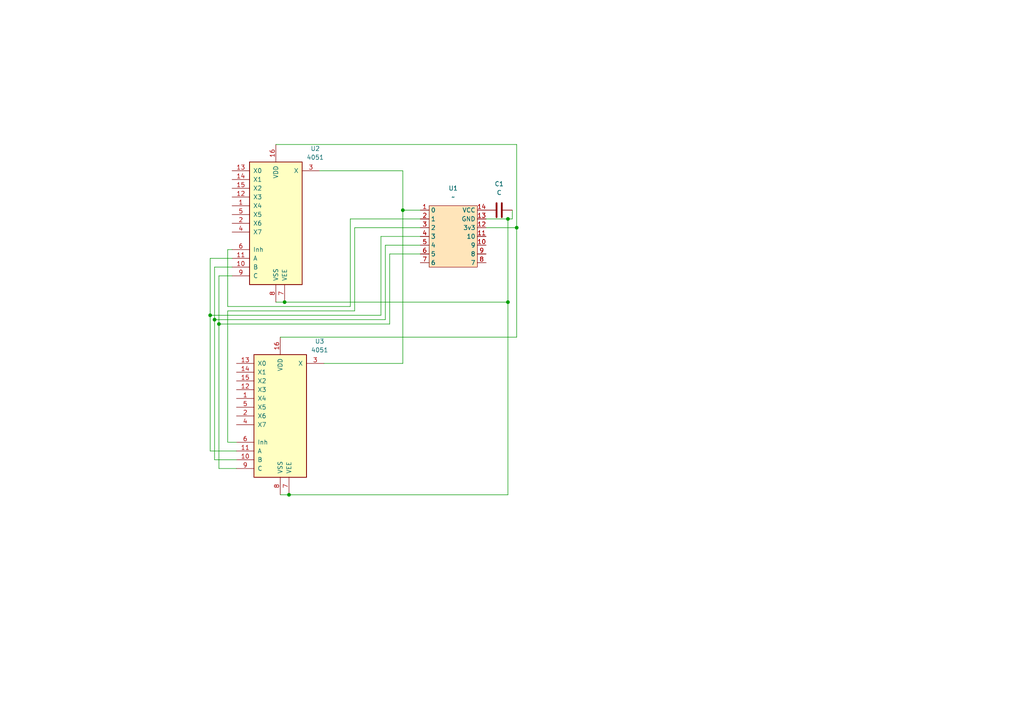
<source format=kicad_sch>
(kicad_sch (version 20250114) (generator "eeschema") (generator_version "9.0")
  (paper "A4")
  (lib_symbols
    (symbol "4xxx:4051" (pin_names (offset 1.016))
      (property "Reference" "U" (at -7.62 19.05 0))
      (property "Value" "4051" (at -7.62 -19.05 0))
      (symbol "4051_1_0"
        (pin passive line (at -12.7 15.24 0) (length 5.08) (name "X0") (number "13"))
        (pin passive line (at -12.7 12.7 0) (length 5.08) (name "X1") (number "14"))
        (pin passive line (at -12.7 10.16 0) (length 5.08) (name "X2") (number "15"))
        (pin passive line (at -12.7 7.62 0) (length 5.08) (name "X3") (number "12"))
        (pin passive line (at -12.7 5.08 0) (length 5.08) (name "X4") (number "1"))
        (pin passive line (at -12.7 2.54 0) (length 5.08) (name "X5") (number "5"))
        (pin passive line (at -12.7 0 0) (length 5.08) (name "X6") (number "2"))
        (pin passive line (at -12.7 -2.54 0) (length 5.08) (name "X7") (number "4"))
        (pin input line (at -12.7 -7.62 0) (length 5.08) (name "Inh") (number "6"))
        (pin input line (at -12.7 -10.16 0) (length 5.08) (name "A") (number "11"))
        (pin input line (at -12.7 -12.7 0) (length 5.08) (name "B") (number "10"))
        (pin input line (at -12.7 -15.24 0) (length 5.08) (name "C") (number "9"))
        (pin power_in line (at 0 22.86 270) (length 5.08) (name "VDD") (number "16"))
        (pin power_in line (at 0 -22.86 90) (length 5.08) (name "VSS") (number "8"))
        (pin power_in line (at 2.54 -22.86 90) (length 5.08) (name "VEE") (number "7"))
        (pin passive line (at 12.7 15.24 180) (length 5.08) (name "X") (number "3"))
      )
      (symbol "4051_1_1"
        (rectangle (start -7.62 17.78) (end 7.62 -17.78) (stroke (width 0.254)) (fill (type background)))
      )
    )
    (symbol "Device:C" (pin_numbers (hide yes)) (pin_names (offset 0.254))
      (property "Reference" "C" (at 0.635 2.54 0))
      (property "Value" "C" (at 0.635 -2.54 0))
      (symbol "C_0_1"
        (polyline (pts (xy -2.032 0.762) (xy 2.032 0.762)) (stroke (width 0.508)))
        (polyline (pts (xy -2.032 -0.762) (xy 2.032 -0.762)) (stroke (width 0.508)))
      )
      (symbol "C_1_1"
        (pin passive line (at 0 3.81 270) (length 2.794) (name "~") (number "1"))
        (pin passive line (at 0 -3.81 90) (length 2.794) (name "~") (number "2"))
      )
    )
    (symbol "seeduino:seeduino_xiao"
      (property "Reference" "U" (at 0 8.382 0))
      (symbol "seeduino_xiao_1_1"
        (polyline (pts (xy -6.35 6.35) (xy -6.35 -11.43) (xy 7.62 -11.43) (xy 7.62 6.35) (xy -6.35 6.35)) (fill (type color) (color 255 229 186 1)))
        (pin bidirectional line (at -8.89 5.08 0) (length 2.54) (name "0") (number "1"))
        (pin bidirectional line (at -8.89 2.54 0) (length 2.54) (name "1") (number "2"))
        (pin bidirectional line (at -8.89 0 0) (length 2.54) (name "2") (number "3"))
        (pin bidirectional line (at -8.89 -2.54 0) (length 2.54) (name "3") (number "4"))
        (pin bidirectional line (at -8.89 -5.08 0) (length 2.54) (name "4") (number "5"))
        (pin bidirectional line (at -8.89 -7.62 0) (length 2.54) (name "5") (number "6"))
        (pin bidirectional line (at -8.89 -10.16 0) (length 2.54) (name "6") (number "7"))
        (pin input line (at 10.16 5.08 180) (length 2.54) (name "VCC") (number "14"))
        (pin input line (at 10.16 2.54 180) (length 2.54) (name "GND") (number "13"))
        (pin input line (at 10.16 0 180) (length 2.54) (name "3v3") (number "12"))
        (pin bidirectional line (at 10.16 -2.54 180) (length 2.54) (name "10") (number "11"))
        (pin bidirectional line (at 10.16 -5.08 180) (length 2.54) (name "9") (number "10"))
        (pin bidirectional line (at 10.16 -7.62 180) (length 2.54) (name "8") (number "9"))
        (pin bidirectional line (at 10.16 -10.16 180) (length 2.54) (name "7") (number "8"))
      )
    )
  )
  (junction (at 147.32 87.63))
  (junction (at 147.32 63.5))
  (junction (at 60.96 91.44))
  (junction (at 83.82 143.51))
  (junction (at 116.84 60.96))
  (junction (at 82.55 87.63))
  (junction (at 63.5 93.98))
  (junction (at 149.86 66.04))
  (junction (at 62.23 92.71))
  (wire (pts (xy 62.23 133.35) (xy 68.58 133.35)))
  (wire (pts (xy 80.01 87.63) (xy 82.55 87.63)))
  (wire (pts (xy 140.97 66.04) (xy 149.86 66.04)))
  (wire (pts (xy 110.49 91.44) (xy 110.49 68.58)))
  (wire (pts (xy 121.92 73.66) (xy 113.03 73.66)))
  (wire (pts (xy 147.32 143.51) (xy 147.32 87.63)))
  (wire (pts (xy 60.96 91.44) (xy 60.96 74.93)))
  (wire (pts (xy 60.96 74.93) (xy 67.31 74.93)))
  (wire (pts (xy 101.6 63.5) (xy 121.92 63.5)))
  (wire (pts (xy 147.32 63.5) (xy 147.32 87.63)))
  (wire (pts (xy 149.86 41.91) (xy 149.86 66.04)))
  (wire (pts (xy 93.98 105.41) (xy 116.84 105.41)))
  (wire (pts (xy 63.5 80.01) (xy 67.31 80.01)))
  (wire (pts (xy 102.87 66.04) (xy 102.87 90.17)))
  (wire (pts (xy 92.71 49.53) (xy 116.84 49.53)))
  (wire (pts (xy 148.59 60.96) (xy 148.59 63.5)))
  (wire (pts (xy 101.6 88.9) (xy 101.6 63.5)))
  (wire (pts (xy 63.5 135.89) (xy 63.5 93.98)))
  (wire (pts (xy 62.23 92.71) (xy 62.23 133.35)))
  (wire (pts (xy 148.59 63.5) (xy 147.32 63.5)))
  (wire (pts (xy 113.03 73.66) (xy 113.03 93.98)))
  (wire (pts (xy 149.86 66.04) (xy 149.86 97.79)))
  (wire (pts (xy 113.03 93.98) (xy 63.5 93.98)))
  (wire (pts (xy 66.04 88.9) (xy 101.6 88.9)))
  (wire (pts (xy 102.87 90.17) (xy 66.04 90.17)))
  (wire (pts (xy 80.01 41.91) (xy 149.86 41.91)))
  (wire (pts (xy 110.49 68.58) (xy 121.92 68.58)))
  (wire (pts (xy 60.96 130.81) (xy 60.96 91.44)))
  (wire (pts (xy 66.04 90.17) (xy 66.04 128.27)))
  (wire (pts (xy 81.28 143.51) (xy 83.82 143.51)))
  (wire (pts (xy 62.23 77.47) (xy 62.23 92.71)))
  (wire (pts (xy 111.76 92.71) (xy 111.76 71.12)))
  (wire (pts (xy 63.5 93.98) (xy 63.5 80.01)))
  (wire (pts (xy 66.04 128.27) (xy 68.58 128.27)))
  (wire (pts (xy 66.04 72.39) (xy 66.04 88.9)))
  (wire (pts (xy 147.32 87.63) (xy 82.55 87.63)))
  (wire (pts (xy 116.84 60.96) (xy 121.92 60.96)))
  (wire (pts (xy 60.96 91.44) (xy 110.49 91.44)))
  (wire (pts (xy 116.84 105.41) (xy 116.84 60.96)))
  (wire (pts (xy 62.23 92.71) (xy 111.76 92.71)))
  (wire (pts (xy 83.82 143.51) (xy 147.32 143.51)))
  (wire (pts (xy 81.28 97.79) (xy 149.86 97.79)))
  (wire (pts (xy 140.97 63.5) (xy 147.32 63.5)))
  (wire (pts (xy 68.58 135.89) (xy 63.5 135.89)))
  (wire (pts (xy 67.31 72.39) (xy 66.04 72.39)))
  (wire (pts (xy 121.92 66.04) (xy 102.87 66.04)))
  (wire (pts (xy 68.58 130.81) (xy 60.96 130.81)))
  (wire (pts (xy 67.31 77.47) (xy 62.23 77.47)))
  (wire (pts (xy 116.84 49.53) (xy 116.84 60.96)))
  (wire (pts (xy 111.76 71.12) (xy 121.92 71.12)))
  (symbol (lib_id "seeduino:seeduino_xiao") (at 130.81 66.04 0) (unit 1)
    (property "Reference" "U1" (at 131.445 54.61 0))
    (property "Value" "~" (at 131.445 57.15 0))
  )
  (symbol (lib_id "Device:C") (at 144.78 60.96 270) (unit 1)
    (property "Reference" "C1" (at 144.78 53.34 90))
    (property "Value" "C" (at 144.78 55.88 90))
    (property "Description" "Unpolarized capacitor" (effects (hide yes)))
  )
  (symbol (lib_id "4xxx:4051") (at 80.01 64.77 0) (unit 1)
    (property "Reference" "U2" (at 91.44 43.1098 0))
    (property "Value" "4051" (at 91.44 45.6498 0))
    (property "Datasheet" "http://www.intersil.com/content/dam/Intersil/documents/cd40/cd4051bms-52bms-53bms.pdf" (effects (hide yes)))
    (property "Description" "Analog Multiplexer 8 to 1 lins" (effects (hide yes)))
  )
  (symbol (lib_id "4xxx:4051") (at 81.28 120.65 0) (unit 1)
    (property "Reference" "U3" (at 92.71 98.9898 0))
    (property "Value" "4051" (at 92.71 101.5298 0))
    (property "Datasheet" "http://www.intersil.com/content/dam/Intersil/documents/cd40/cd4051bms-52bms-53bms.pdf" (effects (hide yes)))
    (property "Description" "Analog Multiplexer 8 to 1 lins" (effects (hide yes)))
  )
)
</source>
